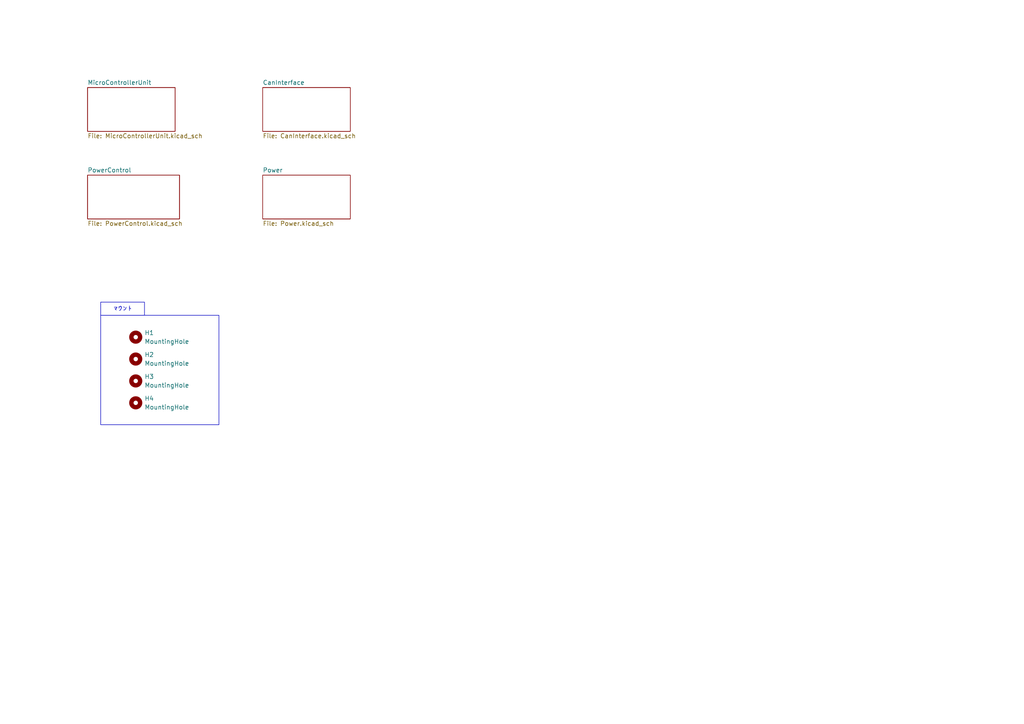
<source format=kicad_sch>
(kicad_sch (version 20250114) (generator "eeschema") (generator_version "9.0")
  (paper "A4")
  (lib_symbols
    (symbol "Mechanical:MountingHole" (pin_names (offset 1.016)) (exclude_from_sim yes) (in_bom no)
      (property "Reference" "H" (at 0 5.08 0))
      (property "Value" "MountingHole" (at 0 3.175 0))
      (symbol "MountingHole_0_1"
        (circle (center 0 0) (radius 1.27) (stroke (width 1.27)))
      )
    )
  )
  (rectangle (start 29.21 91.44) (end 63.5 123.19))
  (text_box "マウント" (at 29.21 87.63 0) (size 12.7 3.81) (margins 0.9525 0.9525 0.9525 0.9525) (effects (font (size 1.27 1.27))))
  (symbol (lib_id "Mechanical:MountingHole") (at 39.37 116.84 0) (unit 1)
    (property "Reference" "H4" (at 41.91 115.5699 0) (effects (justify left)))
    (property "Value" "MountingHole" (at 41.91 118.1099 0) (effects (justify left)))
    (property "Footprint" "MountingHole:MountingHole_3.2mm_M3_Pad_TopBottom" (effects (hide yes)))
    (property "Description" "Mounting Hole without connection" (effects (hide yes)))
  )
  (symbol (lib_id "Mechanical:MountingHole") (at 39.37 97.79 0) (unit 1)
    (property "Reference" "H1" (at 41.91 96.5199 0) (effects (justify left)))
    (property "Value" "MountingHole" (at 41.91 99.0599 0) (effects (justify left)))
    (property "Footprint" "MountingHole:MountingHole_3.2mm_M3_Pad_TopBottom" (effects (hide yes)))
    (property "Description" "Mounting Hole without connection" (effects (hide yes)))
  )
  (symbol (lib_id "Mechanical:MountingHole") (at 39.37 104.14 0) (unit 1)
    (property "Reference" "H2" (at 41.91 102.8699 0) (effects (justify left)))
    (property "Value" "MountingHole" (at 41.91 105.4099 0) (effects (justify left)))
    (property "Footprint" "MountingHole:MountingHole_3.2mm_M3_Pad_TopBottom" (effects (hide yes)))
    (property "Description" "Mounting Hole without connection" (effects (hide yes)))
  )
  (symbol (lib_id "Mechanical:MountingHole") (at 39.37 110.49 0) (unit 1)
    (property "Reference" "H3" (at 41.91 109.2199 0) (effects (justify left)))
    (property "Value" "MountingHole" (at 41.91 111.7599 0) (effects (justify left)))
    (property "Footprint" "MountingHole:MountingHole_3.2mm_M3_Pad_TopBottom" (effects (hide yes)))
    (property "Description" "Mounting Hole without connection" (effects (hide yes)))
  )
  (sheet (at 76.2 25.4) (size 25.4 12.7) (stroke (width 0.1524))
    (property "Sheetname" "CanInterface" (at 76.2 24.6884 0) (effects (justify left bottom)))
    (property "Sheetfile" "CanInterface.kicad_sch" (at 76.2 38.6846 0) (effects (justify left top)))
  )
  (sheet (at 25.4 50.8) (size 26.67 12.7) (stroke (width 0.1524))
    (property "Sheetname" "PowerControl" (at 25.4 50.0884 0) (effects (justify left bottom)))
    (property "Sheetfile" "PowerControl.kicad_sch" (at 25.4 64.0846 0) (effects (justify left top)))
  )
  (sheet (at 25.4 25.4) (size 25.4 12.7) (stroke (width 0.1524))
    (property "Sheetname" "MicroControllerUnit" (at 25.4 24.6884 0) (effects (justify left bottom)))
    (property "Sheetfile" "MicroControllerUnit.kicad_sch" (at 25.4 38.6846 0) (effects (justify left top)))
  )
  (sheet (at 76.2 50.8) (size 25.4 12.7) (stroke (width 0.1524))
    (property "Sheetname" "Power" (at 76.2 50.0884 0) (effects (justify left bottom)))
    (property "Sheetfile" "Power.kicad_sch" (at 76.2 64.0846 0) (effects (justify left top)))
  )
)
</source>
